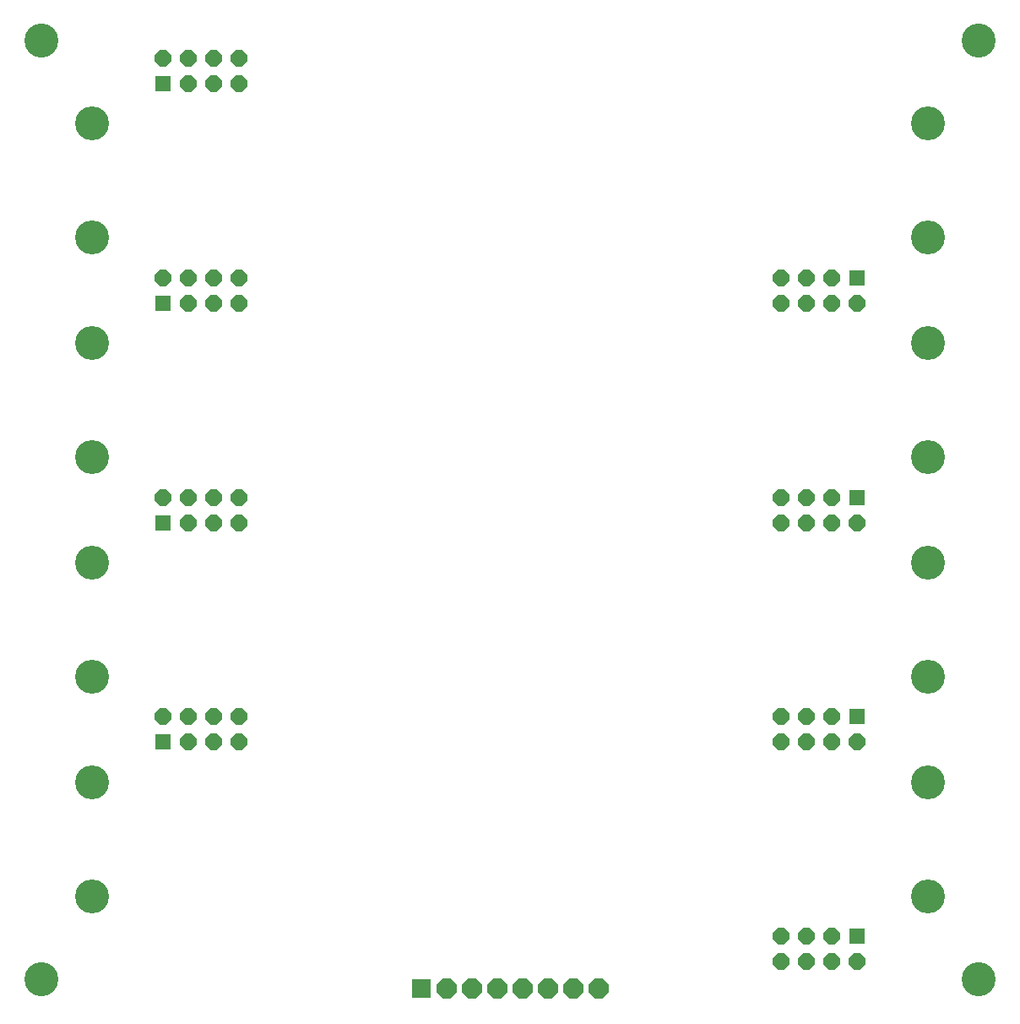
<source format=gbr>
G04 EAGLE Gerber RS-274X export*
G75*
%MOMM*%
%FSLAX34Y34*%
%LPD*%
%INSoldermask Bottom*%
%IPPOS*%
%AMOC8*
5,1,8,0,0,1.08239X$1,22.5*%
G01*
%ADD10R,1.981200X1.981200*%
%ADD11P,2.144431X8X112.500000*%
%ADD12C,3.401600*%
%ADD13C,3.403600*%
%ADD14R,1.625600X1.625600*%
%ADD15P,1.759533X8X22.500000*%
%ADD16P,1.759533X8X202.500000*%


D10*
X411000Y20000D03*
D11*
X436400Y20000D03*
X461800Y20000D03*
X487200Y20000D03*
X512600Y20000D03*
X538000Y20000D03*
X563400Y20000D03*
X588800Y20000D03*
D12*
X80500Y772850D03*
X80500Y887150D03*
X80500Y552850D03*
X80500Y667150D03*
X80500Y332850D03*
X80500Y447150D03*
X80500Y112850D03*
X80500Y227150D03*
X919500Y227150D03*
X919500Y112850D03*
X919500Y447150D03*
X919500Y332850D03*
X919500Y667150D03*
X919500Y552850D03*
X919500Y887150D03*
X919500Y772850D03*
D13*
X30000Y30000D03*
X970000Y30000D03*
X30000Y970000D03*
X970000Y970000D03*
D14*
X151900Y927300D03*
D15*
X151900Y952700D03*
X177300Y927300D03*
X177300Y952700D03*
X202700Y927300D03*
X202700Y952700D03*
X228100Y927300D03*
X228100Y952700D03*
D14*
X151900Y707300D03*
D15*
X151900Y732700D03*
X177300Y707300D03*
X177300Y732700D03*
X202700Y707300D03*
X202700Y732700D03*
X228100Y707300D03*
X228100Y732700D03*
D14*
X151900Y487300D03*
D15*
X151900Y512700D03*
X177300Y487300D03*
X177300Y512700D03*
X202700Y487300D03*
X202700Y512700D03*
X228100Y487300D03*
X228100Y512700D03*
D14*
X151900Y267300D03*
D15*
X151900Y292700D03*
X177300Y267300D03*
X177300Y292700D03*
X202700Y267300D03*
X202700Y292700D03*
X228100Y267300D03*
X228100Y292700D03*
D14*
X848100Y72700D03*
D16*
X848100Y47300D03*
X822700Y72700D03*
X822700Y47300D03*
X797300Y72700D03*
X797300Y47300D03*
X771900Y72700D03*
X771900Y47300D03*
D14*
X848100Y292700D03*
D16*
X848100Y267300D03*
X822700Y292700D03*
X822700Y267300D03*
X797300Y292700D03*
X797300Y267300D03*
X771900Y292700D03*
X771900Y267300D03*
D14*
X848100Y512700D03*
D16*
X848100Y487300D03*
X822700Y512700D03*
X822700Y487300D03*
X797300Y512700D03*
X797300Y487300D03*
X771900Y512700D03*
X771900Y487300D03*
D14*
X848100Y732700D03*
D16*
X848100Y707300D03*
X822700Y732700D03*
X822700Y707300D03*
X797300Y732700D03*
X797300Y707300D03*
X771900Y732700D03*
X771900Y707300D03*
M02*

</source>
